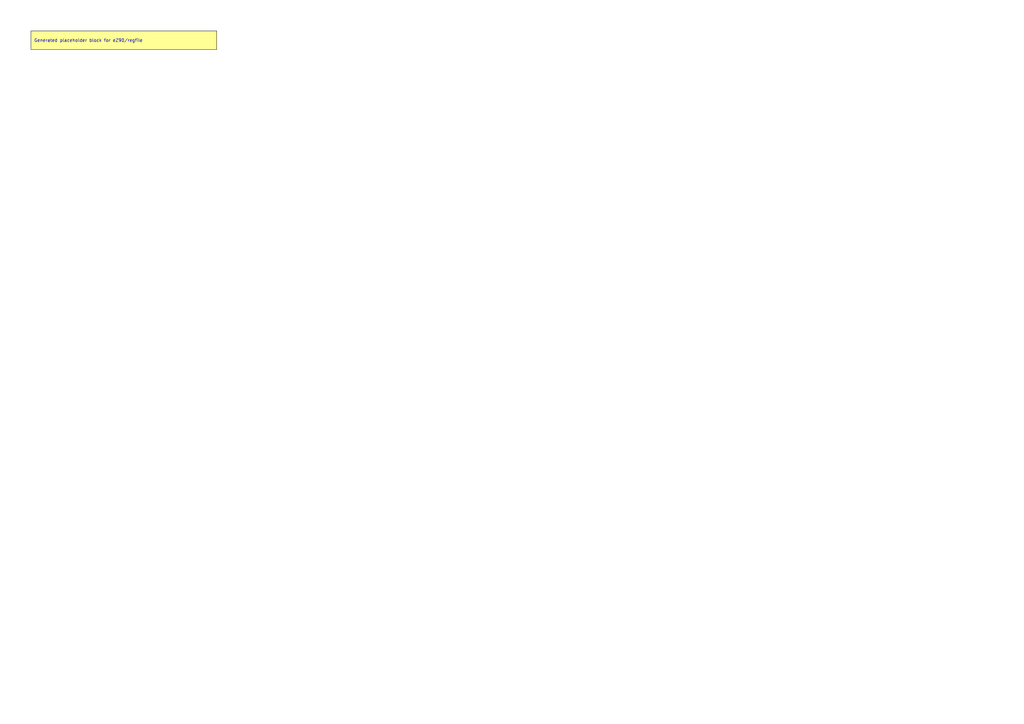
<source format=kicad_sch>
(kicad_sch
	(version 20250114)
	(generator "kicadgen")
	(generator_version "0.1")
	(uuid "9f33cea1-b39a-5997-bd61-d62ca1b3f9f9")
	(paper "A3")
	(title_block
		(title "eZ90::regfile")
		(company "Project Carbon")
		(comment 1 "Generated - do not edit in generated/")
		(comment 2 "Edit in schem/kicad9/manual/ or refine mapping specs")
	)
	(lib_symbols)
	(text_box
		"Generated placeholder block for eZ90/regfile"
		(exclude_from_sim no)
		(at
			12.7
			12.7
			0
		)
		(size 76.2 7.62)
		(margins
			1.27
			1.27
			1.27
			1.27
		)
		(stroke
			(width 0)
			(type default)
			(color
				0
				0
				0
				1
			)
		)
		(fill
			(type color)
			(color
				255
				255
				150
				1
			)
		)
		(effects
			(font
				(size 1.27 1.27)
			)
			(justify left)
		)
		(uuid "a7a7cc15-b304-5234-b0d5-33b55b09320f")
	)
	(sheet_instances
		(path
			"/"
			(page "1")
		)
	)
	(embedded_fonts no)
)

</source>
